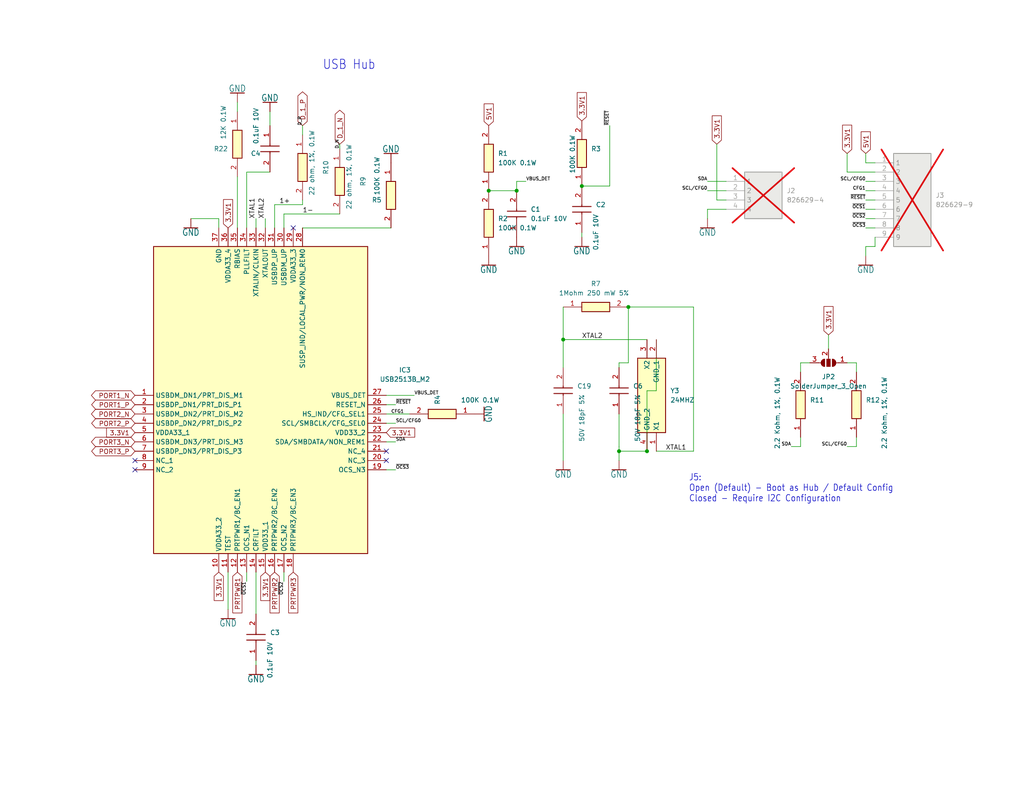
<source format=kicad_sch>
(kicad_sch (version 20230121) (generator eeschema)
  (paper "USLetter")
  (title_block (title "USB Hub") (date "2024-01-29") (rev "1.0") (company "CMU"))
  (lib_symbols
    (symbol "Jumper:SolderJumper_3_Open" (pin_names (offset 0) hide)
      (property "Reference" "JP" (at -2.54 -2.54 0))
      (property "Value" "SolderJumper_3_Open" (at 0 2.794 0))
      (symbol "SolderJumper_3_Open_0_1"
        (arc (start -1.016 1.016) (mid -2.0276 0) (end -1.016 -1.016))
        (arc (start -1.016 1.016) (mid -2.0276 0) (end -1.016 -1.016) (fill (type outline)))
        (rectangle (start -0.508 1.016) (end 0.508 -1.016) (fill (type outline)))
        (polyline (pts (xy -2.54 0) (xy -2.032 0)))
        (polyline (pts (xy -1.016 1.016) (xy -1.016 -1.016)))
        (polyline (pts (xy 0 -1.27) (xy 0 -1.016)))
        (polyline (pts (xy 1.016 1.016) (xy 1.016 -1.016)))
        (polyline (pts (xy 2.54 0) (xy 2.032 0)))
        (arc (start 1.016 -1.016) (mid 2.0276 0) (end 1.016 1.016))
        (arc (start 1.016 -1.016) (mid 2.0276 0) (end 1.016 1.016) (fill (type outline)))
      )
      (symbol "SolderJumper_3_Open_1_1"
        (pin passive line (at -5.08 0 0) (length 2.54) (name "A") (number "1"))
        (pin passive line (at 0 -3.81 90) (length 2.54) (name "C") (number "2"))
        (pin passive line (at 5.08 0 180) (length 2.54) (name "B") (number "3"))
      )
    )
    (symbol "Qwiic-USB_Hub-eagle-import:GND" (power)
      (property "Value" "GND" (at 0 -0.254 0))
      (symbol "GND_1_0"
        (polyline (pts (xy -1.905 0) (xy 1.905 0)) (stroke (width 0.254)))
        (pin power_in line (at 0 2.54 270) (length 2.54) (name "GND") (number "1"))
      )
    )
    (symbol "SamacSys_Parts:06035A180J4T2A" (pin_names hide)
      (property "Reference" "C" (at 8.89 6.35 0))
      (property "Value" "06035A180J4T2A" (at 8.89 3.81 0))
      (symbol "06035A180J4T2A_1_1"
        (polyline (pts (xy 5.08 0) (xy 5.588 0)) (stroke (width 0.254)))
        (polyline (pts (xy 5.588 2.54) (xy 5.588 -2.54)) (stroke (width 0.254)))
        (polyline (pts (xy 7.112 0) (xy 7.62 0)) (stroke (width 0.254)))
        (polyline (pts (xy 7.112 2.54) (xy 7.112 -2.54)) (stroke (width 0.254)))
        (pin passive line (at 0 0 0) (length 5.08) (name "1") (number "1"))
        (pin passive line (at 12.7 0 180) (length 5.08) (name "2") (number "2"))
      )
    )
    (symbol "SamacSys_Parts:826629-4"
      (property "Reference" "J" (at 16.51 7.62 0))
      (property "Value" "826629-4" (at 16.51 5.08 0))
      (symbol "826629-4_1_1"
        (rectangle (start 5.08 2.54) (end 15.24 -10.16) (stroke (width 0.254)) (fill (type background)))
        (pin passive line (at 0 0 0) (length 5.08) (name "1") (number "1"))
        (pin passive line (at 0 -2.54 0) (length 5.08) (name "2") (number "2"))
        (pin passive line (at 0 -5.08 0) (length 5.08) (name "3") (number "3"))
        (pin passive line (at 0 -7.62 0) (length 5.08) (name "4") (number "4"))
      )
    )
    (symbol "SamacSys_Parts:826629-9"
      (property "Reference" "J" (at 16.51 7.62 0))
      (property "Value" "826629-9" (at 16.51 5.08 0))
      (symbol "826629-9_1_1"
        (rectangle (start 5.08 2.54) (end 15.24 -22.86) (stroke (width 0.254)) (fill (type background)))
        (pin passive line (at 0 0 0) (length 5.08) (name "1") (number "1"))
        (pin passive line (at 0 -2.54 0) (length 5.08) (name "2") (number "2"))
        (pin passive line (at 0 -5.08 0) (length 5.08) (name "3") (number "3"))
        (pin passive line (at 0 -7.62 0) (length 5.08) (name "4") (number "4"))
        (pin passive line (at 0 -10.16 0) (length 5.08) (name "5") (number "5"))
        (pin passive line (at 0 -12.7 0) (length 5.08) (name "6") (number "6"))
        (pin passive line (at 0 -15.24 0) (length 5.08) (name "7") (number "7"))
        (pin passive line (at 0 -17.78 0) (length 5.08) (name "8") (number "8"))
        (pin passive line (at 0 -20.32 0) (length 5.08) (name "9") (number "9"))
      )
    )
    (symbol "SamacSys_Parts:ABM10W-24.0000MHZ-7-B1U-T3"
      (property "Reference" "Y" (at 26.67 7.62 0))
      (property "Value" "ABM10W-24.0000MHZ-7-B1U-T3" (at 26.67 5.08 0))
      (symbol "ABM10W-24.0000MHZ-7-B1U-T3_1_1"
        (rectangle (start 5.08 2.54) (end 25.4 -5.08) (stroke (width 0.254)) (fill (type background)))
        (pin passive line (at 0 -2.54 0) (length 5.08) (name "X1") (number "1"))
        (pin passive line (at 30.48 -2.54 180) (length 5.08) (name "GND_1") (number "2"))
        (pin passive line (at 30.48 0 180) (length 5.08) (name "X2") (number "3"))
        (pin passive line (at 0 0 0) (length 5.08) (name "GND_2") (number "4"))
      )
    )
    (symbol "SamacSys_Parts:C0603T104K8RAC7867" (pin_names hide)
      (property "Reference" "C" (at 8.89 6.35 0))
      (property "Value" "C0603T104K8RAC7867" (at 8.89 3.81 0))
      (symbol "C0603T104K8RAC7867_1_1"
        (polyline (pts (xy 5.08 0) (xy 5.588 0)) (stroke (width 0.254)))
        (polyline (pts (xy 5.588 2.54) (xy 5.588 -2.54)) (stroke (width 0.254)))
        (polyline (pts (xy 7.112 0) (xy 7.62 0)) (stroke (width 0.254)))
        (polyline (pts (xy 7.112 2.54) (xy 7.112 -2.54)) (stroke (width 0.254)))
        (pin passive line (at 0 0 0) (length 5.08) (name "1") (number "1"))
        (pin passive line (at 12.7 0 180) (length 5.08) (name "2") (number "2"))
      )
    )
    (symbol "SamacSys_Parts:ERJ-PA3J105V" (pin_names hide)
      (property "Reference" "R" (at 13.97 6.35 0))
      (property "Value" "ERJ-PA3J105V" (at 13.97 3.81 0))
      (symbol "ERJ-PA3J105V_1_1"
        (rectangle (start 5.08 1.27) (end 12.7 -1.27) (stroke (width 0.254)) (fill (type background)))
        (pin passive line (at 0 0 0) (length 5.08) (name "1") (number "1"))
        (pin passive line (at 17.78 0 180) (length 5.08) (name "2") (number "2"))
      )
    )
    (symbol "SamacSys_Parts:RMCF0603FT100K" (pin_names hide)
      (property "Reference" "R" (at 13.97 6.35 0))
      (property "Value" "RMCF0603FT100K" (at 13.97 3.81 0))
      (symbol "RMCF0603FT100K_1_1"
        (rectangle (start 5.08 1.27) (end 12.7 -1.27) (stroke (width 0.254)) (fill (type background)))
        (pin passive line (at 0 0 0) (length 5.08) (name "1") (number "1"))
        (pin passive line (at 17.78 0 180) (length 5.08) (name "2") (number "2"))
      )
    )
    (symbol "SamacSys_Parts:RMCF0603FT12K0" (pin_names hide)
      (property "Reference" "R" (at 13.97 6.35 0))
      (property "Value" "RMCF0603FT12K0" (at 13.97 3.81 0))
      (symbol "RMCF0603FT12K0_1_1"
        (rectangle (start 5.08 1.27) (end 12.7 -1.27) (stroke (width 0.254)) (fill (type background)))
        (pin passive line (at 0 0 0) (length 5.08) (name "1") (number "1"))
        (pin passive line (at 17.78 0 180) (length 5.08) (name "2") (number "2"))
      )
    )
    (symbol "SamacSys_Parts:RMCF0603FT22R0" (pin_names hide)
      (property "Reference" "R" (at 13.97 6.35 0))
      (property "Value" "RMCF0603FT22R0" (at 13.97 3.81 0))
      (symbol "RMCF0603FT22R0_1_1"
        (rectangle (start 5.08 1.27) (end 12.7 -1.27) (stroke (width 0.254)) (fill (type background)))
        (pin passive line (at 0 0 0) (length 5.08) (name "1") (number "1"))
        (pin passive line (at 17.78 0 180) (length 5.08) (name "2") (number "2"))
      )
    )
    (symbol "SamacSys_Parts:RMCF0603FT2K20" (pin_names hide)
      (property "Reference" "R" (at 13.97 6.35 0))
      (property "Value" "RMCF0603FT2K20" (at 13.97 3.81 0))
      (symbol "RMCF0603FT2K20_1_1"
        (rectangle (start 5.08 1.27) (end 12.7 -1.27) (stroke (width 0.254)) (fill (type background)))
        (pin passive line (at 0 0 0) (length 5.08) (name "1") (number "1"))
        (pin passive line (at 17.78 0 180) (length 5.08) (name "2") (number "2"))
      )
    )
    (symbol "SamacSys_Parts:USB2513B_M2"
      (property "Reference" "IC" (at 64.77 45.72 0))
      (property "Value" "USB2513B_M2" (at 64.77 43.18 0))
      (symbol "USB2513B_M2_1_1"
        (rectangle (start 5.08 40.64) (end 63.5 -43.18) (stroke (width 0.254)) (fill (type background)))
        (pin passive line (at 0 0 0) (length 5.08) (name "USBDM_DN1/PRT_DIS_M1") (number "1"))
        (pin passive line (at 22.86 -48.26 90) (length 5.08) (name "VDDA33_2") (number "10"))
        (pin passive line (at 25.4 -48.26 90) (length 5.08) (name "TEST") (number "11"))
        (pin passive line (at 27.94 -48.26 90) (length 5.08) (name "PRTPWR1/BC_EN1") (number "12"))
        (pin passive line (at 30.48 -48.26 90) (length 5.08) (name "OCS_N1") (number "13"))
        (pin passive line (at 33.02 -48.26 90) (length 5.08) (name "CRFILT") (number "14"))
        (pin passive line (at 35.56 -48.26 90) (length 5.08) (name "VDD33_1") (number "15"))
        (pin passive line (at 38.1 -48.26 90) (length 5.08) (name "PRTPWR2/BC_EN2") (number "16"))
        (pin passive line (at 40.64 -48.26 90) (length 5.08) (name "OCS_N2") (number "17"))
        (pin passive line (at 43.18 -48.26 90) (length 5.08) (name "PRTPWR3/BC_EN3") (number "18"))
        (pin passive line (at 68.58 -20.32 180) (length 5.08) (name "OCS_N3") (number "19"))
        (pin passive line (at 0 -2.54 0) (length 5.08) (name "USBDP_DN1/PRT_DIS_P1") (number "2"))
        (pin passive line (at 68.58 -17.78 180) (length 5.08) (name "NC_3") (number "20"))
        (pin passive line (at 68.58 -15.24 180) (length 5.08) (name "NC_4") (number "21"))
        (pin passive line (at 68.58 -12.7 180) (length 5.08) (name "SDA/SMBDATA/NON_REM1") (number "22"))
        (pin passive line (at 68.58 -10.16 180) (length 5.08) (name "VDD33_2") (number "23"))
        (pin passive line (at 68.58 -7.62 180) (length 5.08) (name "SCL/SMBCLK/CFG_SEL0") (number "24"))
        (pin passive line (at 68.58 -5.08 180) (length 5.08) (name "HS_IND/CFG_SEL1") (number "25"))
        (pin passive line (at 68.58 -2.54 180) (length 5.08) (name "RESET_N") (number "26"))
        (pin passive line (at 68.58 0 180) (length 5.08) (name "VBUS_DET") (number "27"))
        (pin passive line (at 45.72 45.72 270) (length 5.08) (name "SUSP_IND/LOCAL_PWR/NON_REM0") (number "28"))
        (pin passive line (at 43.18 45.72 270) (length 5.08) (name "VDDA33_3") (number "29"))
        (pin passive line (at 0 -5.08 0) (length 5.08) (name "USBDM_DN2/PRT_DIS_M2") (number "3"))
        (pin passive line (at 40.64 45.72 270) (length 5.08) (name "USBDM_UP") (number "30"))
        (pin passive line (at 38.1 45.72 270) (length 5.08) (name "USBDP_UP") (number "31"))
        (pin passive line (at 35.56 45.72 270) (length 5.08) (name "XTALOUT") (number "32"))
        (pin passive line (at 33.02 45.72 270) (length 5.08) (name "XTALIN/CLKIN") (number "33"))
        (pin passive line (at 30.48 45.72 270) (length 5.08) (name "PLLFILT") (number "34"))
        (pin passive line (at 27.94 45.72 270) (length 5.08) (name "RBIAS") (number "35"))
        (pin passive line (at 25.4 45.72 270) (length 5.08) (name "VDDA33_4") (number "36"))
        (pin passive line (at 22.86 45.72 270) (length 5.08) (name "GND") (number "37"))
        (pin passive line (at 0 -7.62 0) (length 5.08) (name "USBDP_DN2/PRT_DIS_P2") (number "4"))
        (pin passive line (at 0 -10.16 0) (length 5.08) (name "VDDA33_1") (number "5"))
        (pin passive line (at 0 -12.7 0) (length 5.08) (name "USBDM_DN3/PRT_DIS_M3") (number "6"))
        (pin passive line (at 0 -15.24 0) (length 5.08) (name "USBDP_DN3/PRT_DIS_P3") (number "7"))
        (pin passive line (at 0 -17.78 0) (length 5.08) (name "NC_1") (number "8"))
        (pin passive line (at 0 -20.32 0) (length 5.08) (name "NC_2") (number "9"))
      )
    )
  )
  (junction (at 168.91 123.19))
  (junction (at 158.75 50.8))
  (junction (at 171.45 83.82))
  (junction (at 153.67 92.71))
  (junction (at 133.35 52.07))
  (junction (at 140.97 52.07))
  (junction (at 176.53 123.19))
  (no_connect (at 105.41 123.19))
  (no_connect (at 105.41 125.73))
  (no_connect (at 36.83 125.73))
  (no_connect (at 36.83 128.27))
  (no_connect (at 80.01 62.23))
  (wire (pts (xy 198.12 54.61) (xy 195.58 54.61)) (stroke (width 0.1524)))
  (wire (pts (xy 238.76 49.53) (xy 236.22 49.53)) (stroke (width 0.1524)))
  (wire (pts (xy 69.85 59.69) (xy 69.85 62.23)))
  (wire (pts (xy 105.41 113.03) (xy 111.76 113.03)))
  (wire (pts (xy 158.75 64.77) (xy 158.75 63.5)) (stroke (width 0.1524)))
  (wire (pts (xy 233.68 99.06) (xy 231.14 99.06)) (stroke (width 0.1524)))
  (wire (pts (xy 233.68 119.38) (xy 233.68 121.92)) (stroke (width 0.1524)))
  (wire (pts (xy 176.53 123.19) (xy 168.91 123.19)))
  (wire (pts (xy 176.53 106.68) (xy 176.53 123.19)))
  (wire (pts (xy 82.55 54.61) (xy 82.55 55.88)))
  (wire (pts (xy 67.31 46.99) (xy 67.31 62.23)))
  (wire (pts (xy 238.76 52.07) (xy 236.22 52.07)) (stroke (width 0.1524)))
  (wire (pts (xy 73.66 30.48) (xy 73.66 34.29)) (stroke (width 0.1524)))
  (wire (pts (xy 106.68 62.23) (xy 82.55 62.23)))
  (wire (pts (xy 195.58 39.37) (xy 195.58 54.61)) (stroke (width 0.1524)))
  (wire (pts (xy 153.67 83.82) (xy 153.67 92.71)))
  (wire (pts (xy 171.45 83.82) (xy 171.45 99.06)))
  (wire (pts (xy 52.07 59.69) (xy 59.69 59.69)))
  (wire (pts (xy 92.71 39.37) (xy 92.71 40.64)))
  (wire (pts (xy 198.12 52.07) (xy 193.04 52.07)) (stroke (width 0.1524)))
  (wire (pts (xy 233.68 101.6) (xy 233.68 99.06)) (stroke (width 0.1524)))
  (wire (pts (xy 193.04 57.15) (xy 193.04 59.69)) (stroke (width 0.1524)))
  (wire (pts (xy 238.76 59.69) (xy 236.22 59.69)) (stroke (width 0.1524)))
  (wire (pts (xy 82.55 55.88) (xy 74.93 55.88)))
  (wire (pts (xy 218.44 99.06) (xy 220.98 99.06)) (stroke (width 0.1524)))
  (wire (pts (xy 168.91 113.03) (xy 168.91 121.92)) (stroke (width 0.1524)))
  (wire (pts (xy 198.12 49.53) (xy 193.04 49.53)) (stroke (width 0.1524)))
  (wire (pts (xy 82.55 36.83) (xy 82.55 34.29)) (stroke (width 0.1524)))
  (wire (pts (xy 179.07 92.71) (xy 179.07 106.68)))
  (wire (pts (xy 69.85 181.61) (xy 69.85 180.34)) (stroke (width 0.1524)))
  (wire (pts (xy 153.67 113.03) (xy 153.67 120.65)) (stroke (width 0.1524)))
  (wire (pts (xy 64.77 48.26) (xy 64.77 62.23)))
  (wire (pts (xy 140.97 49.53) (xy 143.51 49.53)) (stroke (width 0.1524)))
  (wire (pts (xy 171.45 83.82) (xy 189.23 83.82)))
  (wire (pts (xy 226.06 91.44) (xy 226.06 95.25)) (stroke (width 0.1524)))
  (wire (pts (xy 168.91 123.19) (xy 168.91 125.73)))
  (wire (pts (xy 77.47 58.42) (xy 77.47 62.23)))
  (wire (pts (xy 238.76 44.45) (xy 236.22 44.45)) (stroke (width 0.1524)))
  (wire (pts (xy 238.76 62.23) (xy 236.22 62.23)) (stroke (width 0.1524)))
  (wire (pts (xy 179.07 106.68) (xy 176.53 106.68)))
  (wire (pts (xy 105.41 120.65) (xy 107.95 120.65)) (stroke (width 0.1524)))
  (wire (pts (xy 153.67 120.65) (xy 153.67 125.73)))
  (wire (pts (xy 105.41 115.57) (xy 107.95 115.57)) (stroke (width 0.1524)))
  (wire (pts (xy 218.44 121.92) (xy 215.9 121.92)) (stroke (width 0.1524)))
  (wire (pts (xy 238.76 54.61) (xy 236.22 54.61)) (stroke (width 0.1524)))
  (wire (pts (xy 166.37 50.8) (xy 158.75 50.8)) (stroke (width 0.1524)))
  (wire (pts (xy 238.76 67.31) (xy 236.22 67.31)) (stroke (width 0.1524)))
  (wire (pts (xy 133.35 52.07) (xy 140.97 52.07)) (stroke (width 0.1524)))
  (wire (pts (xy 92.71 58.42) (xy 77.47 58.42)))
  (wire (pts (xy 153.67 92.71) (xy 176.53 92.71)))
  (wire (pts (xy 231.14 46.99) (xy 231.14 41.91)) (stroke (width 0.1524)))
  (wire (pts (xy 59.69 59.69) (xy 59.69 62.23)))
  (wire (pts (xy 233.68 121.92) (xy 231.14 121.92)) (stroke (width 0.1524)))
  (wire (pts (xy 72.39 59.69) (xy 72.39 62.23)))
  (wire (pts (xy 238.76 57.15) (xy 236.22 57.15)) (stroke (width 0.1524)))
  (wire (pts (xy 166.37 34.29) (xy 166.37 50.8)) (stroke (width 0.1524)))
  (wire (pts (xy 198.12 57.15) (xy 193.04 57.15)) (stroke (width 0.1524)))
  (wire (pts (xy 238.76 46.99) (xy 231.14 46.99)) (stroke (width 0.1524)))
  (wire (pts (xy 236.22 44.45) (xy 236.22 41.91)) (stroke (width 0.1524)))
  (wire (pts (xy 218.44 101.6) (xy 218.44 99.06)) (stroke (width 0.1524)))
  (wire (pts (xy 105.41 128.27) (xy 107.95 128.27)) (stroke (width 0.1524)))
  (wire (pts (xy 67.31 156.21) (xy 67.31 158.75)) (stroke (width 0.1524)))
  (wire (pts (xy 168.91 123.19) (xy 168.91 121.92)))
  (wire (pts (xy 69.85 156.21) (xy 69.85 167.64)) (stroke (width 0.1524)))
  (wire (pts (xy 168.91 99.06) (xy 171.45 99.06)))
  (wire (pts (xy 62.23 166.37) (xy 62.23 156.21)))
  (wire (pts (xy 74.93 55.88) (xy 74.93 62.23)))
  (wire (pts (xy 73.66 46.99) (xy 67.31 46.99)))
  (wire (pts (xy 105.41 107.95) (xy 113.03 107.95)) (stroke (width 0.1524)))
  (wire (pts (xy 218.44 119.38) (xy 218.44 121.92)) (stroke (width 0.1524)))
  (wire (pts (xy 105.41 110.49) (xy 107.95 110.49)) (stroke (width 0.1524)))
  (wire (pts (xy 179.07 123.19) (xy 189.23 123.19)))
  (wire (pts (xy 153.67 92.71) (xy 153.67 100.33)))
  (wire (pts (xy 77.47 156.21) (xy 77.47 158.75)) (stroke (width 0.1524)))
  (wire (pts (xy 236.22 67.31) (xy 236.22 69.85)) (stroke (width 0.1524)))
  (wire (pts (xy 64.77 27.94) (xy 64.77 30.48)))
  (wire (pts (xy 238.76 64.77) (xy 238.76 67.31)) (stroke (width 0.1524)))
  (wire (pts (xy 140.97 49.53) (xy 140.97 52.07)) (stroke (width 0.1524)))
  (wire (pts (xy 168.91 99.06) (xy 168.91 100.33)))
  (wire (pts (xy 189.23 123.19) (xy 189.23 83.82)))
  (text "USB Hub" (at 95.25 17.78 0) (effects (font (size 2.54 2.159))))
  (text "J5:\nOpen (Default) - Boot as Hub / Default Config\nClosed - Require I2C Configuration" (at 187.96 133.35 0) (effects (font (size 1.778 1.5113)) (justify left)))
  (label "XTAL1" (at 69.85 59.69 90))
  (label "SCL/CFG0" (at 231.14 121.92 180) (effects (font (size 0.889 0.889))))
  (label "~{RESET}" (at 236.22 54.61 180) (effects (font (size 0.889 0.889))))
  (label "VBUS_DET" (at 113.03 107.95 0) (effects (font (size 0.889 0.889))))
  (label "SCL/CFG0" (at 193.04 52.07 180) (effects (font (size 0.889 0.889))))
  (label "XTAL1" (at 181.61 123.19 0))
  (label "~{OCS1}" (at 236.22 57.15 180) (effects (font (size 0.889 0.889))))
  (label "~{OCS2}" (at 77.47 158.75 270) (effects (font (size 0.889 0.889))))
  (label "~{RESET}" (at 107.95 110.49 0) (effects (font (size 0.889 0.889))))
  (label "~{OCS3}" (at 236.22 62.23 180) (effects (font (size 0.889 0.889))))
  (label "SDA" (at 107.95 120.65 0) (effects (font (size 0.889 0.889))))
  (label "CFG1" (at 106.68 113.03 0) (effects (font (size 0.889 0.889))))
  (label "~{OCS1}" (at 67.31 158.75 270) (effects (font (size 0.889 0.889))))
  (label "~{OCS3}" (at 107.95 128.27 0) (effects (font (size 0.889 0.889))))
  (label "1-" (at 82.55 58.42 0))
  (label "XTAL2" (at 158.75 92.71 0))
  (label "D_P" (at 82.55 34.29 90) (effects (font (size 0.889 0.889))))
  (label "SDA" (at 215.9 121.92 180) (effects (font (size 0.889 0.889))))
  (label "VBUS_DET" (at 143.51 49.53 0) (effects (font (size 0.889 0.889))))
  (label "~{RESET}" (at 166.37 34.29 90) (effects (font (size 0.889 0.889))))
  (label "D_N" (at 92.71 40.64 90) (effects (font (size 0.889 0.889))))
  (label "~{OCS2}" (at 236.22 59.69 180) (effects (font (size 0.889 0.889))))
  (label "SCL/CFG0" (at 236.22 49.53 180) (effects (font (size 0.889 0.889))))
  (label "1+" (at 76.2 55.88 0))
  (label "SCL/CFG0" (at 107.95 115.57 0) (effects (font (size 0.889 0.889))))
  (label "CFG1" (at 236.22 52.07 180) (effects (font (size 0.889 0.889))))
  (label "SDA" (at 193.04 49.53 180) (effects (font (size 0.889 0.889))))
  (label "XTAL2" (at 72.39 59.69 90))
  (global_label "3.3V1" (shape input) (at 195.58 39.37 90) (property "Intersheetrefs" "${INTERSHEET_REFS}" (effects hide)))
  (global_label "3.3V1" (shape input) (at 36.83 118.11 180) (property "Intersheetrefs" "${INTERSHEET_REFS}" (effects hide)))
  (global_label "PORT1_N" (shape bidirectional) (at 36.83 107.95 180) (property "Intersheetrefs" "${INTERSHEET_REFS}" (effects hide)))
  (global_label "D_1_P" (shape bidirectional) (at 82.55 34.29 90) (property "Intersheetrefs" "${INTERSHEET_REFS}" (effects hide)))
  (global_label "3.3V1" (shape input) (at 158.75 33.02 90) (property "Intersheetrefs" "${INTERSHEET_REFS}" (effects hide)))
  (global_label "3.3V1" (shape input) (at 226.06 91.44 90) (property "Intersheetrefs" "${INTERSHEET_REFS}" (effects hide)))
  (global_label "PRTPWR2" (shape input) (at 74.93 156.21 270) (property "Intersheetrefs" "${INTERSHEET_REFS}" (effects hide)))
  (global_label "3.3V1" (shape input) (at 59.69 156.21 270) (property "Intersheetrefs" "${INTERSHEET_REFS}" (effects hide)))
  (global_label "PRTPWR3" (shape input) (at 80.01 156.21 270) (property "Intersheetrefs" "${INTERSHEET_REFS}" (effects hide)))
  (global_label "PORT3_P" (shape bidirectional) (at 36.83 123.19 180) (property "Intersheetrefs" "${INTERSHEET_REFS}" (effects hide)))
  (global_label "3.3V1" (shape input) (at 231.14 41.91 90) (property "Intersheetrefs" "${INTERSHEET_REFS}" (effects hide)))
  (global_label "PORT2_P" (shape bidirectional) (at 36.83 115.57 180) (property "Intersheetrefs" "${INTERSHEET_REFS}" (effects hide)))
  (global_label "PORT1_P" (shape bidirectional) (at 36.83 110.49 180) (property "Intersheetrefs" "${INTERSHEET_REFS}" (effects hide)))
  (global_label "PRTPWR1" (shape input) (at 64.77 156.21 270) (property "Intersheetrefs" "${INTERSHEET_REFS}" (effects hide)))
  (global_label "5V1" (shape input) (at 133.35 34.29 90) (property "Intersheetrefs" "${INTERSHEET_REFS}" (effects hide)))
  (global_label "3.3V1" (shape input) (at 105.41 118.11 0) (property "Intersheetrefs" "${INTERSHEET_REFS}" (effects hide)))
  (global_label "5V1" (shape input) (at 236.22 41.91 90) (property "Intersheetrefs" "${INTERSHEET_REFS}" (effects hide)))
  (global_label "3.3V1" (shape input) (at 72.39 156.21 270) (property "Intersheetrefs" "${INTERSHEET_REFS}" (effects hide)))
  (global_label "PORT2_N" (shape bidirectional) (at 36.83 113.03 180) (property "Intersheetrefs" "${INTERSHEET_REFS}" (effects hide)))
  (global_label "PORT3_N" (shape bidirectional) (at 36.83 120.65 180) (property "Intersheetrefs" "${INTERSHEET_REFS}" (effects hide)))
  (global_label "3.3V1" (shape input) (at 62.23 62.23 90) (property "Intersheetrefs" "${INTERSHEET_REFS}" (effects hide)))
  (global_label "D_1_N" (shape bidirectional) (at 92.71 39.37 90) (property "Intersheetrefs" "${INTERSHEET_REFS}" (effects hide)))
  (symbol (lib_id "Qwiic-USB_Hub-eagle-import:GND") (at 62.23 168.91 0) (unit 1)
    (property "Reference" "#GND015" (effects hide))
    (property "Value" "GND" (at 62.23 169.164 0) (effects (font (size 1.778 1.5113)) (justify top)))
  )
  (symbol (lib_id "Qwiic-USB_Hub-eagle-import:GND") (at 106.68 41.91 180) (unit 1)
    (property "Reference" "#GND012" (effects hide))
    (property "Value" "GND" (at 106.68 41.656 0) (effects (font (size 1.778 1.5113)) (justify top)))
  )
  (symbol (lib_id "Qwiic-USB_Hub-eagle-import:GND") (at 69.85 184.15 0) (unit 1)
    (property "Reference" "#GND08" (effects hide))
    (property "Value" "GND" (at 69.85 184.404 0) (effects (font (size 1.778 1.5113)) (justify top)))
  )
  (symbol (lib_id "SamacSys_Parts:826629-9") (at 238.76 44.45 0) (unit 1) (in_bom no) (on_board no) (dnp yes)
    (property "Reference" "J3" (at 255.27 53.34 0) (effects (justify left)))
    (property "Value" "826629-9" (at 255.27 55.88 0) (effects (justify left)))
    (property "Footprint" "HDRV9W63P0X254_1X9_2286X250X950P" (effects hide))
    (property "Datasheet" "https://datasheet.datasheetarchive.com/originals/dk/DKDS42/DSANUWW0052934.pdf" (effects hide))
    (property "Height" "9.5" (effects hide))
    (property "Manufacturer_Name" "TE Connectivity" (effects hide))
    (property "Manufacturer_Part_Number" "826629-9" (effects hide))
    (property "Mouser Part Number" "571-826629-9" (effects hide))
    (property "Mouser Price/Stock" "https://www.mouser.co.uk/ProductDetail/TE-Connectivity/826629-9?qs=FazuUmncXol%2F%252BSVx%252BI%252BK7Q%3D%3D" (effects hide))
    (property "Arrow Part Number" "826629-9" (effects hide))
    (property "Arrow Price/Stock" "https://www.arrow.com/en/products/826629-9/te-connectivity?region=nac" (effects hide))
  )
  (symbol (lib_id "SamacSys_Parts:RMCF0603FT22R0") (at 82.55 36.83 270) (unit 1)
    (property "Reference" "R10" (at 88.9 45.72 0))
    (property "Value" "22 ohm, 1%, 0.1W" (at 85.09 44.45 0))
    (property "Footprint" "RESC1608X55N" (effects hide))
    (property "Datasheet" "https://www.seielect.com/Catalog/SEI-RMCF_RMCP.pdf" (effects hide))
    (property "Height" "0.55" (effects hide))
    (property "Manufacturer_Name" "Stackpole Electronics, Inc." (effects hide))
    (property "Manufacturer_Part_Number" "RMCF0603FT22R0" (effects hide))
  )
  (symbol (lib_id "SamacSys_Parts:RMCF0603FT100K") (at 158.75 50.8 90) (unit 1)
    (property "Reference" "R3" (at 161.29 40.64 90) (effects (justify right)))
    (property "Value" "100K 0.1W" (at 156.21 36.83 0) (effects (justify right)))
    (property "Footprint" "RESC1608X55N" (effects hide))
    (property "Datasheet" "https://www.seielect.com/Catalog/SEI-RMCF_RMCP.pdf" (effects hide))
    (property "Height" "0.55" (effects hide))
    (property "Manufacturer_Name" "Stackpole Electronics, Inc." (effects hide))
    (property "Manufacturer_Part_Number" "RMCF0603FT100K" (effects hide))
    (property "Mouser Part Number" "708-RMCF0603FT100K" (effects hide))
    (property "Mouser Price/Stock" "https://www.mouser.co.uk/ProductDetail/SEI-Stackpole/RMCF0603FT100K?qs=MyNHzdoqoQJaOoUDs3M%252BVg%3D%3D" (effects hide))
    (property "Arrow Part Number" "RMCF0603FT100K" (effects hide))
    (property "Arrow Price/Stock" "https://www.arrow.com/en/products/rmcf0603ft100k/stackpole-electronics?region=nac" (effects hide))
  )
  (symbol (lib_id "Qwiic-USB_Hub-eagle-import:GND") (at 193.04 62.23 0) (mirror y) (unit 1)
    (property "Reference" "#GND021" (effects hide))
    (property "Value" "GND" (at 193.04 62.484 0) (effects (font (size 1.778 1.5113)) (justify top)))
  )
  (symbol (lib_id "Qwiic-USB_Hub-eagle-import:GND") (at 64.77 25.4 180) (unit 1)
    (property "Reference" "#GND011" (effects hide))
    (property "Value" "GND" (at 64.77 25.146 0) (effects (font (size 1.778 1.5113)) (justify top)))
  )
  (symbol (lib_id "Qwiic-USB_Hub-eagle-import:GND") (at 153.67 128.27 0) (unit 1)
    (property "Reference" "#GND014" (effects hide))
    (property "Value" "GND" (at 153.67 128.524 0) (effects (font (size 1.778 1.5113)) (justify top)))
  )
  (symbol (lib_id "SamacSys_Parts:RMCF0603FT2K20") (at 233.68 119.38 90) (unit 1)
    (property "Reference" "R12" (at 236.22 109.22 90) (effects (justify right)))
    (property "Value" "2.2 Kohm, 1%, 0.1W" (at 241.3 102.87 0) (effects (justify right)))
    (property "Footprint" "RESC1608X55N" (effects hide))
    (property "Datasheet" " Download RMCF0603FT2K20 Model" (effects hide))
    (property "Height" "0.55" (effects hide))
    (property "Manufacturer_Name" "Stackpole Electronics, Inc." (effects hide))
    (property "Manufacturer_Part_Number" "RMCF0603FT2K20" (effects hide))
  )
  (symbol (lib_id "SamacSys_Parts:C0603T104K8RAC7867") (at 69.85 180.34 90) (unit 1)
    (property "Reference" "C3" (at 73.66 172.72 90) (effects (justify right)))
    (property "Value" "0.1uF 10V" (at 73.66 175.26 0) (effects (justify right)))
    (property "Footprint" "CAPC1608X87N" (effects hide))
    (property "Datasheet" "https://gr.mouser.com/datasheet/2/212/KEM_C1027_X7R_COTS_SMD-1099449.pdf" (effects hide))
    (property "Height" "0.87" (effects hide))
    (property "Manufacturer_Name" "KEMET" (effects hide))
    (property "Manufacturer_Part_Number" "C0603T104K8RAC7867" (effects hide))
    (property "Mouser Part Number" "80-C0603T104K8RACTU" (effects hide))
    (property "Mouser Price/Stock" "https://www.mouser.co.uk/ProductDetail/KEMET/C0603T104K8RAC7867/?qs=u16ybLDytRacEvii9M2jow%3D%3D" (effects hide))
  )
  (symbol (lib_id "SamacSys_Parts:C0603T104K8RAC7867") (at 73.66 34.29 270) (unit 1)
    (property "Reference" "C4" (at 71.12 41.91 90) (effects (justify right)))
    (property "Value" "0.1uF 10V" (at 69.85 39.37 0) (effects (justify right)))
    (property "Footprint" "CAPC1608X87N" (effects hide))
    (property "Datasheet" "https://gr.mouser.com/datasheet/2/212/KEM_C1027_X7R_COTS_SMD-1099449.pdf" (effects hide))
    (property "Height" "0.87" (effects hide))
    (property "Manufacturer_Name" "KEMET" (effects hide))
    (property "Manufacturer_Part_Number" "C0603T104K8RAC7867" (effects hide))
    (property "Mouser Part Number" "80-C0603T104K8RACTU" (effects hide))
    (property "Mouser Price/Stock" "https://www.mouser.co.uk/ProductDetail/KEMET/C0603T104K8RAC7867/?qs=u16ybLDytRacEvii9M2jow%3D%3D" (effects hide))
  )
  (symbol (lib_id "SamacSys_Parts:826629-4") (at 198.12 49.53 0) (unit 1) (in_bom no) (dnp yes)
    (property "Reference" "J2" (at 214.63 52.07 0) (effects (justify left)))
    (property "Value" "826629-4" (at 214.63 54.61 0) (effects (justify left)))
    (property "Footprint" "HDRV4W63P0X254_1X4_1016X250X950P" (effects hide))
    (property "Datasheet" "https://componentsearchengine.com/Datasheets/2/826629-4.pdf" (effects hide))
    (property "Height" "9.5" (effects hide))
    (property "Manufacturer_Name" "TE Connectivity" (effects hide))
    (property "Manufacturer_Part_Number" "826629-4" (effects hide))
    (property "Mouser Part Number" "571-826629-4" (effects hide))
    (property "Mouser Price/Stock" "https://www.mouser.co.uk/ProductDetail/TE-Connectivity/826629-4?qs=FazuUmncXom81cYQ0o6zwQ%3D%3D" (effects hide))
    (property "Arrow Part Number" "826629-4" (effects hide))
    (property "Arrow Price/Stock" "https://www.arrow.com/en/products/826629-4/te-connectivity?region=europe" (effects hide))
  )
  (symbol (lib_id "Jumper:SolderJumper_3_Open") (at 226.06 99.06 180) (unit 1)
    (property "Reference" "JP2" (at 226.06 102.87 0))
    (property "Value" "SolderJumper_3_Open" (at 226.06 105.41 0))
    (property "Footprint" "Jumper:SolderJumper-3_P1.3mm_Open_Pad1.0x1.5mm_NumberLabels" (effects hide))
  )
  (symbol (lib_id "Qwiic-USB_Hub-eagle-import:GND") (at 133.35 72.39 0) (unit 1)
    (property "Reference" "#GND01" (effects hide))
    (property "Value" "GND" (at 133.35 72.644 0) (effects (font (size 1.778 1.5113)) (justify top)))
  )
  (symbol (lib_id "SamacSys_Parts:RMCF0603FT2K20") (at 218.44 119.38 90) (unit 1)
    (property "Reference" "R11" (at 220.98 109.22 90) (effects (justify right)))
    (property "Value" "2.2 Kohm, 1%, 0.1W" (at 212.09 102.87 0) (effects (justify right)))
    (property "Footprint" "RESC1608X55N" (effects hide))
    (property "Datasheet" " Download RMCF0603FT2K20 Model" (effects hide))
    (property "Height" "0.55" (effects hide))
    (property "Manufacturer_Name" "Stackpole Electronics, Inc." (effects hide))
    (property "Manufacturer_Part_Number" "RMCF0603FT2K20" (effects hide))
  )
  (symbol (lib_id "SamacSys_Parts:RMCF0603FT100K") (at 133.35 69.85 90) (unit 1)
    (property "Reference" "R2" (at 135.89 59.69 90) (effects (justify right)))
    (property "Value" "100K 0.1W" (at 135.89 62.23 90) (effects (justify right)))
    (property "Footprint" "RESC1608X55N" (effects hide))
    (property "Datasheet" "https://www.seielect.com/Catalog/SEI-RMCF_RMCP.pdf" (effects hide))
    (property "Height" "0.55" (effects hide))
    (property "Manufacturer_Name" "Stackpole Electronics, Inc." (effects hide))
    (property "Manufacturer_Part_Number" "RMCF0603FT100K" (effects hide))
    (property "Mouser Part Number" "708-RMCF0603FT100K" (effects hide))
    (property "Mouser Price/Stock" "https://www.mouser.co.uk/ProductDetail/SEI-Stackpole/RMCF0603FT100K?qs=MyNHzdoqoQJaOoUDs3M%252BVg%3D%3D" (effects hide))
    (property "Arrow Part Number" "RMCF0603FT100K" (effects hide))
    (property "Arrow Price/Stock" "https://www.arrow.com/en/products/rmcf0603ft100k/stackpole-electronics?region=nac" (effects hide))
  )
  (symbol (lib_id "SamacSys_Parts:RMCF0603FT12K0") (at 64.77 30.48 270) (unit 1)
    (property "Reference" "R22" (at 62.23 40.64 90) (effects (justify right)))
    (property "Value" "12K 0.1W" (at 60.96 38.1 0) (effects (justify right)))
    (property "Footprint" "RESC1608X55N" (effects hide))
    (property "Datasheet" "https://www.seielect.com/Catalog/SEI-RMCF_RMCP.pdf" (effects hide))
    (property "Height" "0.55" (effects hide))
    (property "Manufacturer_Name" "Stackpole Electronics, Inc." (effects hide))
    (property "Manufacturer_Part_Number" "RMCF0603FT12K0" (effects hide))
    (property "Arrow Part Number" "RMCF0603FT12K0" (effects hide))
    (property "Arrow Price/Stock" "https://www.arrow.com/en/products/rmcf0603ft12k0/stackpole-electronics?region=nac" (effects hide))
  )
  (symbol (lib_id "SamacSys_Parts:RMCF0603FT100K") (at 106.68 44.45 270) (unit 1)
    (property "Reference" "R5" (at 104.14 54.61 90) (effects (justify right)))
    (property "Value" "100K 0.1W" (at 102.87 53.34 0) (effects (justify right)))
    (property "Footprint" "RESC1608X55N" (effects hide))
    (property "Datasheet" "https://www.seielect.com/Catalog/SEI-RMCF_RMCP.pdf" (effects hide))
    (property "Height" "0.55" (effects hide))
    (property "Manufacturer_Name" "Stackpole Electronics, Inc." (effects hide))
    (property "Manufacturer_Part_Number" "RMCF0603FT100K" (effects hide))
    (property "Mouser Part Number" "708-RMCF0603FT100K" (effects hide))
    (property "Mouser Price/Stock" "https://www.mouser.co.uk/ProductDetail/SEI-Stackpole/RMCF0603FT100K?qs=MyNHzdoqoQJaOoUDs3M%252BVg%3D%3D" (effects hide))
    (property "Arrow Part Number" "RMCF0603FT100K" (effects hide))
    (property "Arrow Price/Stock" "https://www.arrow.com/en/products/rmcf0603ft100k/stackpole-electronics?region=nac" (effects hide))
  )
  (symbol (lib_id "SamacSys_Parts:C0603T104K8RAC7867") (at 140.97 64.77 90) (unit 1)
    (property "Reference" "C1" (at 144.78 57.15 90) (effects (justify right)))
    (property "Value" "0.1uF 10V" (at 144.78 59.69 90) (effects (justify right)))
    (property "Footprint" "CAPC1608X87N" (effects hide))
    (property "Datasheet" "https://gr.mouser.com/datasheet/2/212/KEM_C1027_X7R_COTS_SMD-1099449.pdf" (effects hide))
    (property "Height" "0.87" (effects hide))
    (property "Manufacturer_Name" "KEMET" (effects hide))
    (property "Manufacturer_Part_Number" "C0603T104K8RAC7867" (effects hide))
    (property "Mouser Part Number" "80-C0603T104K8RACTU" (effects hide))
    (property "Mouser Price/Stock" "https://www.mouser.co.uk/ProductDetail/KEMET/C0603T104K8RAC7867/?qs=u16ybLDytRacEvii9M2jow%3D%3D" (effects hide))
  )
  (symbol (lib_id "SamacSys_Parts:RMCF0603FT22R0") (at 92.71 40.64 270) (unit 1)
    (property "Reference" "R9" (at 99.06 49.53 0))
    (property "Value" "22 ohm, 1%, 0.1W" (at 95.25 48.26 0))
    (property "Footprint" "RESC1608X55N" (effects hide))
    (property "Datasheet" "https://www.seielect.com/Catalog/SEI-RMCF_RMCP.pdf" (effects hide))
    (property "Height" "0.55" (effects hide))
    (property "Manufacturer_Name" "Stackpole Electronics, Inc." (effects hide))
    (property "Manufacturer_Part_Number" "RMCF0603FT22R0" (effects hide))
  )
  (symbol (lib_id "Qwiic-USB_Hub-eagle-import:GND") (at 132.08 113.03 90) (unit 1)
    (property "Reference" "#GND010" (effects hide))
    (property "Value" "GND" (at 132.334 113.03 0) (effects (font (size 1.778 1.5113)) (justify top)))
  )
  (symbol (lib_id "SamacSys_Parts:06035A180J4T2A") (at 168.91 113.03 90) (unit 1)
    (property "Reference" "C6" (at 172.72 105.41 90) (effects (justify right)))
    (property "Value" "50V 18pF 5% " (at 173.99 106.68 0) (effects (justify right)))
    (property "Footprint" "CAPC1608X90N" (effects hide))
    (property "Datasheet" "https://componentsearchengine.com/Datasheets/1/06031A100FAT2A.pdf" (effects hide))
    (property "Height" "0.9" (effects hide))
    (property "Manufacturer_Name" "AVX" (effects hide))
    (property "Manufacturer_Part_Number" "06035A180J4T2A" (effects hide))
    (property "Mouser Part Number" "581-06035A180J4T2A" (effects hide))
    (property "Mouser Price/Stock" "https://www.mouser.co.uk/ProductDetail/AVX/06035A180J4T2A?qs=Q0wCMCRSJ1tlgKsEfw0uTA%3D%3D" (effects hide))
    (property "Arrow Part Number" "06035A180J4T2A" (effects hide))
    (property "Arrow Price/Stock" "https://www.arrow.com/en/products/06035a180j4t2a/avx" (effects hide))
  )
  (symbol (lib_id "SamacSys_Parts:C0603T104K8RAC7867") (at 158.75 63.5 90) (unit 1)
    (property "Reference" "C2" (at 162.56 55.88 90) (effects (justify right)))
    (property "Value" "0.1uF 10V" (at 162.56 58.42 0) (effects (justify right)))
    (property "Footprint" "CAPC1608X87N" (effects hide))
    (property "Datasheet" "https://gr.mouser.com/datasheet/2/212/KEM_C1027_X7R_COTS_SMD-1099449.pdf" (effects hide))
    (property "Height" "0.87" (effects hide))
    (property "Manufacturer_Name" "KEMET" (effects hide))
    (property "Manufacturer_Part_Number" "C0603T104K8RAC7867" (effects hide))
    (property "Mouser Part Number" "80-C0603T104K8RACTU" (effects hide))
    (property "Mouser Price/Stock" "https://www.mouser.co.uk/ProductDetail/KEMET/C0603T104K8RAC7867/?qs=u16ybLDytRacEvii9M2jow%3D%3D" (effects hide))
  )
  (symbol (lib_id "Qwiic-USB_Hub-eagle-import:GND") (at 73.66 27.94 180) (unit 1)
    (property "Reference" "#GND09" (effects hide))
    (property "Value" "GND" (at 73.66 27.686 0) (effects (font (size 1.778 1.5113)) (justify top)))
  )
  (symbol (lib_id "Qwiic-USB_Hub-eagle-import:GND") (at 158.75 67.31 0) (unit 1)
    (property "Reference" "#GND05" (effects hide))
    (property "Value" "GND" (at 158.75 67.564 0) (effects (font (size 1.778 1.5113)) (justify top)))
  )
  (symbol (lib_id "Qwiic-USB_Hub-eagle-import:GND") (at 52.07 62.23 0) (unit 1)
    (property "Reference" "#GND017" (effects hide))
    (property "Value" "GND" (at 52.07 62.484 0) (effects (font (size 1.778 1.5113)) (justify top)))
  )
  (symbol (lib_id "SamacSys_Parts:RMCF0603FT100K") (at 133.35 52.07 90) (unit 1)
    (property "Reference" "R1" (at 135.89 41.91 90) (effects (justify right)))
    (property "Value" "100K 0.1W" (at 135.89 44.45 90) (effects (justify right)))
    (property "Footprint" "RESC1608X55N" (effects hide))
    (property "Datasheet" "https://www.seielect.com/Catalog/SEI-RMCF_RMCP.pdf" (effects hide))
    (property "Height" "0.55" (effects hide))
    (property "Manufacturer_Name" "Stackpole Electronics, Inc." (effects hide))
    (property "Manufacturer_Part_Number" "RMCF0603FT100K" (effects hide))
    (property "Mouser Part Number" "708-RMCF0603FT100K" (effects hide))
    (property "Mouser Price/Stock" "https://www.mouser.co.uk/ProductDetail/SEI-Stackpole/RMCF0603FT100K?qs=MyNHzdoqoQJaOoUDs3M%252BVg%3D%3D" (effects hide))
    (property "Arrow Part Number" "RMCF0603FT100K" (effects hide))
    (property "Arrow Price/Stock" "https://www.arrow.com/en/products/rmcf0603ft100k/stackpole-electronics?region=nac" (effects hide))
  )
  (symbol (lib_id "SamacSys_Parts:06035A180J4T2A") (at 153.67 113.03 90) (unit 1)
    (property "Reference" "C19" (at 157.48 105.41 90) (effects (justify right)))
    (property "Value" "50V 18pF 5% " (at 158.75 106.68 0) (effects (justify right)))
    (property "Footprint" "CAPC1608X90N" (effects hide))
    (property "Datasheet" "https://componentsearchengine.com/Datasheets/1/06031A100FAT2A.pdf" (effects hide))
    (property "Height" "0.9" (effects hide))
    (property "Manufacturer_Name" "AVX" (effects hide))
    (property "Manufacturer_Part_Number" "06035A180J4T2A" (effects hide))
    (property "Mouser Part Number" "581-06035A180J4T2A" (effects hide))
    (property "Mouser Price/Stock" "https://www.mouser.co.uk/ProductDetail/AVX/06035A180J4T2A?qs=Q0wCMCRSJ1tlgKsEfw0uTA%3D%3D" (effects hide))
    (property "Arrow Part Number" "06035A180J4T2A" (effects hide))
    (property "Arrow Price/Stock" "https://www.arrow.com/en/products/06035a180j4t2a/avx" (effects hide))
  )
  (symbol (lib_id "SamacSys_Parts:ERJ-PA3J105V") (at 153.67 83.82 0) (unit 1)
    (property "Reference" "R7" (at 162.56 77.47 0))
    (property "Value" "1Mohm 250 mW 5% " (at 162.56 80.01 0))
    (property "Footprint" "SamacSys_Parts:ERJP03_PA3__0603_" (effects hide))
    (property "Datasheet" "https://industrial.panasonic.com/cdbs/www-data/pdf/RDO0000/AOA0000C331.pdf" (effects hide))
    (property "Height" "0.55" (effects hide))
    (property "Manufacturer_Name" "Panasonic" (effects hide))
    (property "Manufacturer_Part_Number" "ERJ-PA3J105V" (effects hide))
    (property "Mouser Part Number" "667-ERJ-PA3J105V" (effects hide))
    (property "Mouser Price/Stock" "https://www.mouser.co.uk/ProductDetail/Panasonic/ERJ-PA3J105V?qs=BzJM0faLVqUF25o70U8vUg%3D%3D" (effects hide))
    (property "Arrow Part Number" "ERJ-PA3J105V" (effects hide))
    (property "Arrow Price/Stock" "https://www.arrow.com/en/products/erj-pa3j105v/panasonic?region=nac" (effects hide))
  )
  (symbol (lib_id "SamacSys_Parts:USB2513B_M2") (at 36.83 107.95 0) (unit 1)
    (property "Reference" "IC3" (at 110.49 101.0219 0))
    (property "Value" "USB2513B_M2" (at 110.49 103.5619 0))
    (property "Footprint" "QFN50P600X600X100-37N-D" (effects hide))
    (property "Datasheet" "http://www.microchip.com/mymicrochip/filehandler.aspx?ddocname=en562310" (effects hide))
    (property "Height" "1" (effects hide))
    (property "Manufacturer_Name" "Microchip" (effects hide))
    (property "Manufacturer_Part_Number" "USB2513B/M2" (effects hide))
    (property "Mouser Part Number" "579-USB2513B/M2" (effects hide))
    (property "Mouser Price/Stock" "https://www.mouser.co.uk/ProductDetail/Microchip-Technology/USB2513B-M2?qs=uus7iwvxYD8fly9xV9Wytg%3D%3D" (effects hide))
    (property "Arrow Part Number" "USB2513B/M2" (effects hide))
    (property "Arrow Price/Stock" "https://www.arrow.com/en/products/usb2513bm2/microchip-technology?region=europe" (effects hide))
  )
  (symbol (lib_id "Qwiic-USB_Hub-eagle-import:GND") (at 140.97 67.31 0) (unit 1)
    (property "Reference" "#GND02" (effects hide))
    (property "Value" "GND" (at 140.97 67.564 0) (effects (font (size 1.778 1.5113)) (justify top)))
  )
  (symbol (lib_id "SamacSys_Parts:ABM10W-24.0000MHZ-7-B1U-T3") (at 176.53 123.19 90) (unit 1)
    (property "Reference" "Y3" (at 182.88 106.68 90) (effects (justify right)))
    (property "Value" "24MHZ" (at 182.88 109.22 90) (effects (justify right)))
    (property "Footprint" "ABM10W240000MHZ8K1ZT3" (effects hide))
    (property "Datasheet" "https://www.abracon.com/Resonators/ABM10W.pdf" (effects hide))
    (property "Height" "0.6" (effects hide))
    (property "Manufacturer_Name" "ABRACON" (effects hide))
    (property "Manufacturer_Part_Number" "ABM10W-24.0000MHZ-7-B1U-T3" (effects hide))
  )
  (symbol (lib_id "SamacSys_Parts:RMCF0603FT100K") (at 129.54 113.03 180) (unit 1)
    (property "Reference" "R4" (at 119.38 110.49 90) (effects (justify right)))
    (property "Value" "100K 0.1W" (at 125.73 109.22 0) (effects (justify right)))
    (property "Footprint" "RESC1608X55N" (effects hide))
    (property "Datasheet" "https://www.seielect.com/Catalog/SEI-RMCF_RMCP.pdf" (effects hide))
    (property "Height" "0.55" (effects hide))
    (property "Manufacturer_Name" "Stackpole Electronics, Inc." (effects hide))
    (property "Manufacturer_Part_Number" "RMCF0603FT100K" (effects hide))
    (property "Mouser Part Number" "708-RMCF0603FT100K" (effects hide))
    (property "Mouser Price/Stock" "https://www.mouser.co.uk/ProductDetail/SEI-Stackpole/RMCF0603FT100K?qs=MyNHzdoqoQJaOoUDs3M%252BVg%3D%3D" (effects hide))
    (property "Arrow Part Number" "RMCF0603FT100K" (effects hide))
    (property "Arrow Price/Stock" "https://www.arrow.com/en/products/rmcf0603ft100k/stackpole-electronics?region=nac" (effects hide))
  )
  (symbol (lib_id "Qwiic-USB_Hub-eagle-import:GND") (at 236.22 72.39 0) (mirror y) (unit 1)
    (property "Reference" "#GND022" (effects hide))
    (property "Value" "GND" (at 236.22 72.644 0) (effects (font (size 1.778 1.5113)) (justify top)))
  )
  (symbol (lib_id "Qwiic-USB_Hub-eagle-import:GND") (at 168.91 128.27 0) (unit 1)
    (property "Reference" "#GND016" (effects hide))
    (property "Value" "GND" (at 168.91 128.524 0) (effects (font (size 1.778 1.5113)) (justify top)))
  )
)
</source>
